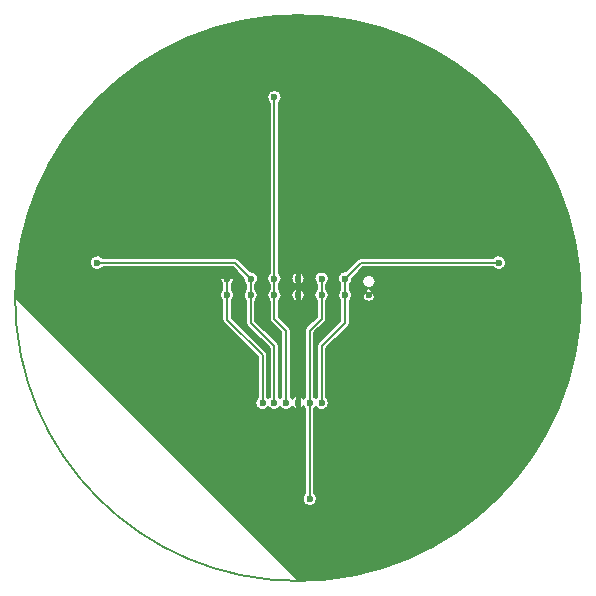
<source format=gbr>
G04 GENERATED BY PULSONIX 7.0 GERBER.DLL 4573*
%INHILLSTAR_30X30_EL_4LAYER_V1_0*%
%LNGERBER_INNER2*%
%FSLAX33Y33*%
%IPPOS*%
%LPD*%
%OFA0B0*%
%MOMM*%
%ADD12C,0.150*%
%ADD105C,0.400*%
%ADD112C,0.600*%
X0Y0D02*
D02*
D12*
X125553Y130106D02*
Y131506D01*
X127553D02*
X126203Y132856D01*
X114553*
X127553Y131506D02*
Y130106D01*
X128553Y121006D02*
Y125031D01*
X125553Y128031*
Y130106*
X129553Y121006D02*
Y125756D01*
X127553Y127756*
Y130106*
X129553D02*
Y128106D01*
X130553Y127106*
Y121006*
X129553Y131506D02*
Y146856D01*
Y131506D02*
Y130106D01*
X131553Y131506D02*
Y130106D01*
Y153806D02*
G75*
G03Y105906J-23950D01*
G01*
G75*
G03Y153806J23950*
G01*
X115033Y132456D02*
G75*
G02X113928Y132856I-480J400D01*
G01*
G75*
G02X115033Y133256I625*
G01*
X126203*
G75*
G02X126486Y133139J-400*
G01*
X127496Y132129*
G75*
G02X127953Y131026I57J-623*
G01*
Y130586*
G75*
G02Y129626I-400J-480*
G01*
Y127922*
X129836Y126039*
G75*
G02X129953Y125756I-283J-283*
G01*
Y121486*
G75*
G02X130053Y121381I-399J-480*
G01*
G75*
G02X130153Y121486I499J-375*
G01*
Y126941*
X129270Y127823*
G75*
G02X129153Y128106I283J283*
G01*
Y129626*
G75*
G02Y130586I400J480*
G01*
Y131026*
G75*
G02Y131986I400J480*
G01*
Y146376*
G75*
G02X128928Y146856I400J480*
G01*
G75*
G02X130178I625*
G01*
G75*
G02X129953Y146376I-625*
G01*
Y131986*
G75*
G02Y131026I-400J-480*
G01*
Y130586*
G75*
G02Y129626I-400J-480*
G01*
Y128272*
X130836Y127389*
G75*
G02X130953Y127106I-283J-283*
G01*
Y121486*
G75*
G02X131083Y121338I-397J-480*
G01*
G75*
G02X132023I470J-331*
G01*
G75*
G02X132153Y121486I527J-332*
G01*
Y127106*
G75*
G02X132270Y127389I400*
G01*
X133153Y128272*
Y129626*
G75*
G02Y130586I400J480*
G01*
Y131026*
G75*
G02X132928Y131506I400J480*
G01*
G75*
G02X134178I625*
G01*
G75*
G02X133953Y131026I-625*
G01*
Y130586*
G75*
G02Y129626I-400J-480*
G01*
Y128106*
G75*
G02X133836Y127823I-400*
G01*
X132953Y126941*
Y121486*
G75*
G02X133053Y121381I-399J-480*
G01*
G75*
G02X133153Y121486I499J-375*
G01*
Y125756*
G75*
G02X133270Y126039I400*
G01*
X135153Y127922*
Y129626*
G75*
G02Y130586I400J480*
G01*
Y131026*
G75*
G02X135610Y132129I400J480*
G01*
X136620Y133139*
G75*
G02X136903Y133256I283J-283*
G01*
X148073*
G75*
G02X149178Y132856I480J-400*
G01*
G75*
G02X148073Y132456I-625*
G01*
X137069*
X136176Y131563*
G75*
G02X135953Y131026I-623J-56*
G01*
Y130586*
G75*
G02Y129626I-400J-480*
G01*
Y127756*
G75*
G02X135836Y127473I-400*
G01*
X133953Y125591*
Y121486*
G75*
G02X134178Y121006I-400J-480*
G01*
G75*
G02X133053Y120631I-625*
G01*
G75*
G02X132953Y120526I-499J375*
G01*
Y113336*
G75*
G02X133178Y112856I-400J-480*
G01*
G75*
G02X131928I-625*
G01*
G75*
G02X132153Y113336I625*
G01*
Y120526*
G75*
G02X132023Y120675I400J480*
G01*
G75*
G02X131083I-470J331*
G01*
G75*
G02X130053Y120631I-530J331*
G01*
G75*
G02X129053I-500J375*
G01*
G75*
G02X127928Y121006I-500J375*
G01*
G75*
G02X128153Y121486I625*
G01*
Y124866*
X125270Y127748*
G75*
G02X125153Y128031I283J283*
G01*
Y129626*
G75*
G02Y130586I400J480*
G01*
Y131026*
G75*
G02X124928Y131506I400J480*
G01*
G75*
G02X126178I625*
G01*
G75*
G02X125953Y131026I-625*
G01*
Y130586*
G75*
G02Y129626I-400J-480*
G01*
Y128197*
X128836Y125314*
G75*
G02X128953Y125031I-283J-283*
G01*
Y121486*
G75*
G02X129053Y121381I-399J-480*
G01*
G75*
G02X129153Y121486I499J-375*
G01*
Y125591*
X127270Y127473*
G75*
G02X127153Y127756I283J283*
G01*
Y129626*
G75*
G02Y130586I400J480*
G01*
Y131026*
G75*
G02X126931Y131563I400J480*
G01*
X126037Y132456*
X115033*
X130978Y130106D02*
G75*
G02X132128I575D01*
G01*
G75*
G02X130978I-575*
G01*
Y131506D02*
G75*
G02X132128I575D01*
G01*
G75*
G02X130978I-575*
G01*
X137553Y130681D02*
G75*
G02X136978Y131256J575D01*
G01*
G75*
G02X138128I575*
G01*
G75*
G02X137553Y130681I-575*
G01*
G75*
G02X138128Y130106J-575*
G01*
G75*
G02X136978I-575*
G01*
G75*
G02X137553Y130681I575*
G01*
X107603Y129856D02*
G36*
G75*
G03X131553Y105906I23950D01*
G01*
G75*
G03X155503Y129856J23950*
G01*
X138071*
G75*
G02X137035I-518J250*
G01*
X136126*
G75*
G02X135953Y129626I-572J250*
G01*
Y127756*
G75*
G02X135836Y127473I-400*
G01*
X133953Y125591*
Y121486*
G75*
G02X134178Y121006I-400J-480*
G01*
G75*
G02X133053Y120631I-625*
G01*
G75*
G02X132953Y120526I-499J375*
G01*
Y113336*
G75*
G02X133178Y112856I-400J-480*
G01*
G75*
G02X131928I-625*
G01*
G75*
G02X132153Y113336I625*
G01*
Y120526*
G75*
G02X132023Y120675I400J480*
G01*
G75*
G02X131083I-470J331*
G01*
G75*
G02X130053Y120631I-530J331*
G01*
G75*
G02X129053I-500J375*
G01*
G75*
G02X127928Y121006I-500J375*
G01*
G75*
G02X128153Y121486I625*
G01*
Y124866*
X125270Y127748*
G75*
G02X125153Y128031I283J283*
G01*
Y129626*
G75*
G02X124980Y129856I399J480*
G01*
X107603*
G37*
X124980D02*
G36*
G75*
G02X125153Y130586I573J250D01*
G01*
Y131026*
G75*
G02X124928Y131506I400J480*
G01*
X107660*
G75*
G03X107603Y129856I23893J-1651*
G01*
X124980*
G37*
X130126D02*
G36*
G75*
G02X129953Y129626I-572J250D01*
G01*
Y128272*
X130836Y127389*
G75*
G02X130953Y127106I-283J-283*
G01*
Y121486*
G75*
G02X131083Y121338I-397J-480*
G01*
G75*
G02X132023I470J-331*
G01*
G75*
G02X132153Y121486I527J-332*
G01*
Y127106*
G75*
G02X132270Y127389I400*
G01*
X133153Y128272*
Y129626*
G75*
G02X132980Y129856I399J480*
G01*
X132071*
G75*
G02X131035I-518J250*
G01*
X130126*
G37*
X131035D02*
G36*
G75*
G02X130978Y130106I518J250D01*
G01*
G75*
G02X132128I575*
G01*
G75*
G02X132071Y129856I-575*
G01*
X132980*
G75*
G02X133153Y130586I573J250*
G01*
Y131026*
G75*
G02X132928Y131506I400J480*
G01*
X132128*
G75*
G02X130978I-575*
G01*
X130178*
G75*
G02X129953Y131026I-625*
G01*
Y130586*
G75*
G02X130126Y129856I-400J-480*
G01*
X131035*
G37*
X137035D02*
G36*
G75*
G02X137553Y130681I518J250D01*
G01*
G75*
G02X137035Y131506J575*
G01*
X136178*
G75*
G02X135953Y131026I-625*
G01*
Y130586*
G75*
G02X136126Y129856I-400J-480*
G01*
X137035*
G37*
X137553Y130681D02*
G36*
G75*
G02X138071Y129856J-575D01*
G01*
X155503*
G75*
G03X155446Y131506I-23950J-1*
G01*
X138071*
G75*
G02X137553Y130681I-518J-250*
G01*
G37*
X124928Y131506D02*
G36*
G75*
G02X126178I625D01*
G01*
G75*
G02X125953Y131026I-625*
G01*
Y130586*
G75*
G02Y129626I-400J-480*
G01*
Y128197*
X128836Y125314*
G75*
G02X128953Y125031I-283J-283*
G01*
Y121486*
G75*
G02X129053Y121381I-399J-480*
G01*
G75*
G02X129153Y121486I499J-375*
G01*
Y125591*
X127270Y127473*
G75*
G02X127153Y127756I283J283*
G01*
Y129626*
G75*
G02Y130586I400J480*
G01*
Y131026*
G75*
G02X126931Y131563I400J480*
G01*
X126037Y132456*
X115033*
G75*
G02X113928Y132856I-480J400*
G01*
G75*
G02X115033Y133256I625*
G01*
X126203*
G75*
G02X126486Y133139J-400*
G01*
X127496Y132129*
G75*
G02X127953Y131026I57J-623*
G01*
Y130586*
G75*
G02Y129626I-400J-480*
G01*
Y127922*
X129836Y126039*
G75*
G02X129953Y125756I-283J-283*
G01*
Y121486*
G75*
G02X130053Y121381I-399J-480*
G01*
G75*
G02X130153Y121486I499J-375*
G01*
Y126941*
X129270Y127823*
G75*
G02X129153Y128106I283J283*
G01*
Y129626*
G75*
G02Y130586I400J480*
G01*
Y131026*
G75*
G02Y131986I400J480*
G01*
Y146376*
G75*
G02X128928Y146856I400J480*
G01*
G75*
G02X130178I625*
G01*
G75*
G02X129953Y146376I-625*
G01*
Y131986*
G75*
G02X130178Y131506I-400J-480*
G01*
X130978*
G75*
G02X132128I575*
G01*
X132928*
G75*
G02X134178I625*
G01*
G75*
G02X133953Y131026I-625*
G01*
Y130586*
G75*
G02Y129626I-400J-480*
G01*
Y128106*
G75*
G02X133836Y127823I-400*
G01*
X132953Y126941*
Y121486*
G75*
G02X133053Y121381I-399J-480*
G01*
G75*
G02X133153Y121486I499J-375*
G01*
Y125756*
G75*
G02X133270Y126039I400*
G01*
X135153Y127922*
Y129626*
G75*
G02Y130586I400J480*
G01*
Y131026*
G75*
G02X135610Y132129I400J480*
G01*
X136620Y133139*
G75*
G02X136903Y133256I283J-283*
G01*
X148073*
G75*
G02X149178Y132856I480J-400*
G01*
G75*
G02X148073Y132456I-625*
G01*
X137069*
X136176Y131563*
G75*
G02X136178Y131506I-626J-50*
G01*
X137035*
G75*
G02X138071I518J-250*
G01*
X155446*
G75*
G03X107660I-23893J-1650*
G01*
X124928*
G37*
X132553Y121006D02*
Y112856D01*
X133553Y121006D02*
Y125756D01*
X135553Y127756*
Y130106*
X133553D02*
Y128106D01*
X132553Y127106*
Y121006*
X133553Y131506D02*
Y130106D01*
X135553Y131506D02*
X136903Y132856D01*
X148553*
X135553Y131506D02*
Y130106D01*
D02*
D105*
X131553Y120783D02*
Y120431D01*
Y121230D02*
Y121581D01*
Y129883D02*
Y129531D01*
Y130330D02*
Y130681D01*
Y131283D02*
Y130931D01*
Y131730D02*
Y132081D01*
D02*
D112*
X114553Y132856D03*
X125553Y130106D03*
Y131506D03*
X127553Y130106D03*
Y131506D03*
X128553Y121006D03*
X129553D03*
Y130106D03*
Y131506D03*
Y146856D03*
X130553Y121006D03*
X131553D03*
Y130106D03*
Y131506D03*
X132553Y112856D03*
Y121006D03*
X133553D03*
Y130106D03*
Y131506D03*
X135553Y130106D03*
Y131506D03*
X137553Y130106D03*
X148553Y132856D03*
X0Y0D02*
M02*

</source>
